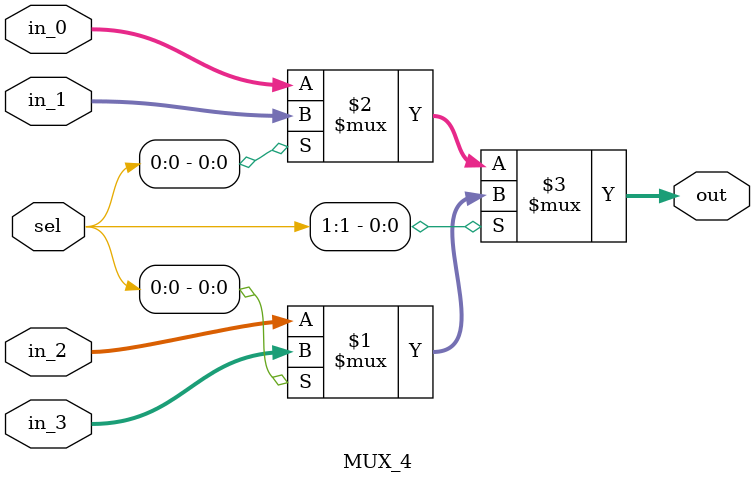
<source format=v>
`timescale 1ns / 1ps


module MUX_4
   #(parameter N = 32)
   (
    input [N-1:0] in_0,
    input [N-1:0] in_1,
    input [N-1:0] in_2,
    input [N-1:0] in_3,
    
    input [1:0] sel,
    output [N-1:0] out
    );
    
    assign out = sel[1]? (sel[0]? in_3:in_2):(sel[0]? in_1:in_0);
    
endmodule

</source>
